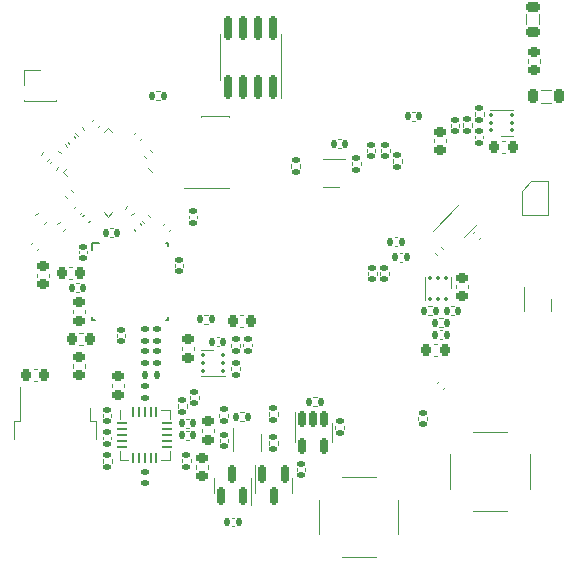
<source format=gbr>
%TF.GenerationSoftware,KiCad,Pcbnew,(6.0.4)*%
%TF.CreationDate,2023-05-30T00:17:30+09:00*%
%TF.ProjectId,RFB,5246422e-6b69-4636-9164-5f7063625858,rev?*%
%TF.SameCoordinates,Original*%
%TF.FileFunction,Legend,Bot*%
%TF.FilePolarity,Positive*%
%FSLAX46Y46*%
G04 Gerber Fmt 4.6, Leading zero omitted, Abs format (unit mm)*
G04 Created by KiCad (PCBNEW (6.0.4)) date 2023-05-30 00:17:30*
%MOMM*%
%LPD*%
G01*
G04 APERTURE LIST*
G04 Aperture macros list*
%AMRoundRect*
0 Rectangle with rounded corners*
0 $1 Rounding radius*
0 $2 $3 $4 $5 $6 $7 $8 $9 X,Y pos of 4 corners*
0 Add a 4 corners polygon primitive as box body*
4,1,4,$2,$3,$4,$5,$6,$7,$8,$9,$2,$3,0*
0 Add four circle primitives for the rounded corners*
1,1,$1+$1,$2,$3*
1,1,$1+$1,$4,$5*
1,1,$1+$1,$6,$7*
1,1,$1+$1,$8,$9*
0 Add four rect primitives between the rounded corners*
20,1,$1+$1,$2,$3,$4,$5,0*
20,1,$1+$1,$4,$5,$6,$7,0*
20,1,$1+$1,$6,$7,$8,$9,0*
20,1,$1+$1,$8,$9,$2,$3,0*%
%AMRotRect*
0 Rectangle, with rotation*
0 The origin of the aperture is its center*
0 $1 length*
0 $2 width*
0 $3 Rotation angle, in degrees counterclockwise*
0 Add horizontal line*
21,1,$1,$2,0,0,$3*%
G04 Aperture macros list end*
%ADD10C,0.120000*%
%ADD11C,0.200000*%
%ADD12C,2.000000*%
%ADD13C,0.000000*%
%ADD14R,1.700000X1.700000*%
%ADD15RoundRect,0.140000X-0.140000X-0.170000X0.140000X-0.170000X0.140000X0.170000X-0.140000X0.170000X0*%
%ADD16RoundRect,0.135000X0.135000X0.185000X-0.135000X0.185000X-0.135000X-0.185000X0.135000X-0.185000X0*%
%ADD17R,2.000000X0.500000*%
%ADD18O,1.700000X1.700000*%
%ADD19C,2.250000*%
%ADD20C,2.050000*%
%ADD21C,3.800000*%
%ADD22C,2.600000*%
%ADD23RoundRect,0.140000X0.140000X0.170000X-0.140000X0.170000X-0.140000X-0.170000X0.140000X-0.170000X0*%
%ADD24C,1.620000*%
%ADD25O,1.000000X1.000000*%
%ADD26R,1.000000X1.000000*%
%ADD27R,1.100000X0.600000*%
%ADD28R,0.200000X0.400000*%
%ADD29RoundRect,0.225000X0.225000X0.250000X-0.225000X0.250000X-0.225000X-0.250000X0.225000X-0.250000X0*%
%ADD30R,0.250000X0.500000*%
%ADD31R,1.600000X0.900000*%
%ADD32RoundRect,0.140000X-0.170000X0.140000X-0.170000X-0.140000X0.170000X-0.140000X0.170000X0.140000X0*%
%ADD33RoundRect,0.225000X-0.250000X0.225000X-0.250000X-0.225000X0.250000X-0.225000X0.250000X0.225000X0*%
%ADD34RoundRect,0.093750X-0.093750X-0.106250X0.093750X-0.106250X0.093750X0.106250X-0.093750X0.106250X0*%
%ADD35R,1.000000X1.600000*%
%ADD36RoundRect,0.140000X-0.021213X0.219203X-0.219203X0.021213X0.021213X-0.219203X0.219203X-0.021213X0*%
%ADD37RotRect,0.250000X0.600000X45.000000*%
%ADD38RotRect,0.250000X0.600000X135.000000*%
%ADD39RotRect,3.100000X3.100000X135.000000*%
%ADD40RoundRect,0.135000X-0.135000X-0.185000X0.135000X-0.185000X0.135000X0.185000X-0.135000X0.185000X0*%
%ADD41RoundRect,0.135000X0.185000X-0.135000X0.185000X0.135000X-0.185000X0.135000X-0.185000X-0.135000X0*%
%ADD42RoundRect,0.147500X-0.017678X0.226274X-0.226274X0.017678X0.017678X-0.226274X0.226274X-0.017678X0*%
%ADD43RoundRect,0.135000X0.035355X-0.226274X0.226274X-0.035355X-0.035355X0.226274X-0.226274X0.035355X0*%
%ADD44RoundRect,0.135000X-0.185000X0.135000X-0.185000X-0.135000X0.185000X-0.135000X0.185000X0.135000X0*%
%ADD45RoundRect,0.218750X0.218750X0.381250X-0.218750X0.381250X-0.218750X-0.381250X0.218750X-0.381250X0*%
%ADD46RoundRect,0.093750X0.106250X-0.093750X0.106250X0.093750X-0.106250X0.093750X-0.106250X-0.093750X0*%
%ADD47R,1.600000X1.000000*%
%ADD48RoundRect,0.140000X0.170000X-0.140000X0.170000X0.140000X-0.170000X0.140000X-0.170000X-0.140000X0*%
%ADD49RoundRect,0.140000X-0.219203X-0.021213X-0.021213X-0.219203X0.219203X0.021213X0.021213X0.219203X0*%
%ADD50RoundRect,0.225000X0.250000X-0.225000X0.250000X0.225000X-0.250000X0.225000X-0.250000X-0.225000X0*%
%ADD51RoundRect,0.218750X-0.381250X0.218750X-0.381250X-0.218750X0.381250X-0.218750X0.381250X0.218750X0*%
%ADD52RoundRect,0.087500X-0.061872X-0.185616X0.185616X0.061872X0.061872X0.185616X-0.185616X-0.061872X0*%
%ADD53RotRect,1.400000X1.600000X45.000000*%
%ADD54RoundRect,0.150000X0.150000X-0.587500X0.150000X0.587500X-0.150000X0.587500X-0.150000X-0.587500X0*%
%ADD55RoundRect,0.093750X0.093750X0.106250X-0.093750X0.106250X-0.093750X-0.106250X0.093750X-0.106250X0*%
%ADD56RoundRect,0.062500X-0.062500X0.350000X-0.062500X-0.350000X0.062500X-0.350000X0.062500X0.350000X0*%
%ADD57RoundRect,0.062500X-0.350000X0.062500X-0.350000X-0.062500X0.350000X-0.062500X0.350000X0.062500X0*%
%ADD58R,2.500000X2.500000*%
%ADD59R,0.800000X2.200000*%
%ADD60R,5.800000X6.400000*%
%ADD61C,0.500000*%
%ADD62R,4.500001X4.500001*%
%ADD63R,0.599999X0.249999*%
%ADD64R,0.249999X0.599999*%
%ADD65RoundRect,0.218750X0.026517X-0.335876X0.335876X-0.026517X-0.026517X0.335876X-0.335876X0.026517X0*%
%ADD66RoundRect,0.225000X-0.225000X-0.250000X0.225000X-0.250000X0.225000X0.250000X-0.225000X0.250000X0*%
%ADD67RoundRect,0.140000X0.219203X0.021213X0.021213X0.219203X-0.219203X-0.021213X-0.021213X-0.219203X0*%
%ADD68R,0.400000X0.650000*%
%ADD69R,0.650000X0.400000*%
%ADD70RoundRect,0.150000X-0.150000X0.512500X-0.150000X-0.512500X0.150000X-0.512500X0.150000X0.512500X0*%
%ADD71RoundRect,0.135000X-0.035355X0.226274X-0.226274X0.035355X0.035355X-0.226274X0.226274X-0.035355X0*%
%ADD72RoundRect,0.150000X0.150000X-0.825000X0.150000X0.825000X-0.150000X0.825000X-0.150000X-0.825000X0*%
%ADD73RoundRect,0.150000X-0.150000X0.587500X-0.150000X-0.587500X0.150000X-0.587500X0.150000X0.587500X0*%
%ADD74RoundRect,0.135000X-0.226274X-0.035355X-0.035355X-0.226274X0.226274X0.035355X0.035355X0.226274X0*%
%ADD75RoundRect,0.140000X0.021213X-0.219203X0.219203X-0.021213X-0.021213X0.219203X-0.219203X0.021213X0*%
%ADD76RoundRect,0.135000X0.226274X0.035355X0.035355X0.226274X-0.226274X-0.035355X-0.035355X-0.226274X0*%
%ADD77RoundRect,0.218750X0.256250X-0.218750X0.256250X0.218750X-0.256250X0.218750X-0.256250X-0.218750X0*%
G04 APERTURE END LIST*
D10*
%TO.C,J8*%
X35077400Y-63262200D02*
X33747400Y-63262200D01*
X33747400Y-63262200D02*
X33747400Y-64592200D01*
X33747400Y-65802200D02*
X33747400Y-65922200D01*
X36407400Y-65922200D02*
X33747400Y-65922200D01*
X36407400Y-65802200D02*
X36407400Y-65922200D01*
%TO.C,C105*%
X51327164Y-101934600D02*
X51542836Y-101934600D01*
X51327164Y-101214600D02*
X51542836Y-101214600D01*
%TO.C,R41*%
X45213241Y-65101200D02*
X44905959Y-65101200D01*
X45213241Y-65861200D02*
X44905959Y-65861200D01*
%TO.C,J10*%
X48675600Y-73316400D02*
X51095600Y-73316400D01*
X51095600Y-73316400D02*
X51095600Y-73266400D01*
X51095600Y-67246400D02*
X51095600Y-67196400D01*
X48675600Y-67196400D02*
X51095600Y-67196400D01*
X48675600Y-73316400D02*
X48675600Y-73266400D01*
X47295600Y-73266400D02*
X48675600Y-73266400D01*
X48675600Y-67246400D02*
X48675600Y-67196400D01*
%TO.C,J1*%
X74627400Y-100637000D02*
X71727400Y-100637000D01*
X69822400Y-95832000D02*
X69822400Y-98732000D01*
X76532400Y-95832000D02*
X76532400Y-98732000D01*
X74627400Y-93927000D02*
X71727400Y-93927000D01*
%TO.C,C78*%
X65744036Y-79506400D02*
X65528364Y-79506400D01*
X65744036Y-78786400D02*
X65528364Y-78786400D01*
%TO.C,U7*%
X76663000Y-72710400D02*
X75863000Y-73510400D01*
X75863000Y-73510400D02*
X75863000Y-75610400D01*
X75863000Y-75610400D02*
X78063000Y-75610400D01*
X78063000Y-75610400D02*
X78063000Y-72710400D01*
X78063000Y-72710400D02*
X76663000Y-72710400D01*
%TO.C,C141*%
X68720580Y-87479600D02*
X68439420Y-87479600D01*
X68720580Y-86459600D02*
X68439420Y-86459600D01*
%TO.C,IC1*%
X76072600Y-81659600D02*
X76072600Y-83659600D01*
X78312600Y-83659600D02*
X78312600Y-82659600D01*
%TO.C,C83*%
X48518400Y-90900364D02*
X48518400Y-91116036D01*
X47798400Y-90900364D02*
X47798400Y-91116036D01*
%TO.C,C102*%
X48160400Y-86727420D02*
X48160400Y-87008580D01*
X47140400Y-86727420D02*
X47140400Y-87008580D01*
%TO.C,IC10*%
X74152700Y-68856200D02*
X75152700Y-68856200D01*
X73152700Y-66636200D02*
X75152700Y-66636200D01*
%TO.C,R37*%
X44603641Y-89483200D02*
X44296359Y-89483200D01*
X44603641Y-88723200D02*
X44296359Y-88723200D01*
%TO.C,C69*%
X69342610Y-90119707D02*
X69190107Y-90272210D01*
X68833493Y-89610590D02*
X68680990Y-89763093D01*
%TO.C,U2*%
X37049908Y-71932800D02*
X37409119Y-72292010D01*
X40821616Y-68161092D02*
X40462406Y-68520303D01*
X44234113Y-71573590D02*
X44593324Y-71932800D01*
X40462406Y-75345297D02*
X40821616Y-75704508D01*
X37409119Y-71573590D02*
X37049908Y-71932800D01*
X41180826Y-68520303D02*
X40821616Y-68161092D01*
X40821616Y-75704508D02*
X41180826Y-75345297D01*
%TO.C,R75*%
X67954459Y-84047600D02*
X68261741Y-84047600D01*
X67954459Y-83287600D02*
X68261741Y-83287600D01*
%TO.C,R21*%
X54458600Y-95048041D02*
X54458600Y-94740759D01*
X55218600Y-95048041D02*
X55218600Y-94740759D01*
%TO.C,J2*%
X65432600Y-102592800D02*
X65432600Y-99692800D01*
X58722600Y-102592800D02*
X58722600Y-99692800D01*
X63527600Y-97787800D02*
X60627600Y-97787800D01*
X63527600Y-104497800D02*
X60627600Y-104497800D01*
%TO.C,C122*%
X71363300Y-81495020D02*
X71363300Y-81776180D01*
X70343300Y-81495020D02*
X70343300Y-81776180D01*
%TO.C,R20*%
X52325241Y-93039200D02*
X52017959Y-93039200D01*
X52325241Y-92279200D02*
X52017959Y-92279200D01*
%TO.C,R50*%
X49277241Y-83998800D02*
X48969959Y-83998800D01*
X49277241Y-84758800D02*
X48969959Y-84758800D01*
%TO.C,R4*%
X35694660Y-70989341D02*
X35911941Y-70772060D01*
X35157259Y-70451940D02*
X35374540Y-70234659D01*
%TO.C,C30*%
X38147164Y-81351800D02*
X38362836Y-81351800D01*
X38147164Y-82071800D02*
X38362836Y-82071800D01*
%TO.C,C7*%
X70125536Y-83307600D02*
X69909864Y-83307600D01*
X70125536Y-84027600D02*
X69909864Y-84027600D01*
%TO.C,R68*%
X52018200Y-86767641D02*
X52018200Y-86460359D01*
X51258200Y-86767641D02*
X51258200Y-86460359D01*
%TO.C,R35*%
X45363400Y-87783641D02*
X45363400Y-87476359D01*
X44603400Y-87783641D02*
X44603400Y-87476359D01*
%TO.C,C121*%
X74460980Y-69314600D02*
X74179820Y-69314600D01*
X74460980Y-70334600D02*
X74179820Y-70334600D01*
%TO.C,C86*%
X47466364Y-93874000D02*
X47682036Y-93874000D01*
X47466364Y-94594000D02*
X47682036Y-94594000D01*
%TO.C,R52*%
X62229000Y-71067959D02*
X62229000Y-71375241D01*
X61469000Y-71067959D02*
X61469000Y-71375241D01*
%TO.C,FB8*%
X78326822Y-64946600D02*
X77527578Y-64946600D01*
X78326822Y-66066600D02*
X77527578Y-66066600D01*
%TO.C,R33*%
X60097400Y-93701841D02*
X60097400Y-93394559D01*
X60857400Y-93701841D02*
X60857400Y-93394559D01*
%TO.C,R38*%
X43562000Y-90422759D02*
X43562000Y-90730041D01*
X44322000Y-90422759D02*
X44322000Y-90730041D01*
%TO.C,IC2*%
X67666900Y-82788000D02*
X67666900Y-80788000D01*
X69886900Y-81788000D02*
X69886900Y-80788000D01*
%TO.C,C85*%
X40407000Y-92640036D02*
X40407000Y-92424364D01*
X41127000Y-92640036D02*
X41127000Y-92424364D01*
%TO.C,C39*%
X62769100Y-70209836D02*
X62769100Y-69994164D01*
X63489100Y-70209836D02*
X63489100Y-69994164D01*
%TO.C,C27*%
X44205718Y-75548201D02*
X44358221Y-75700704D01*
X43696601Y-76057318D02*
X43849104Y-76209821D01*
%TO.C,C99*%
X42166000Y-90132780D02*
X42166000Y-89851620D01*
X41146000Y-90132780D02*
X41146000Y-89851620D01*
%TO.C,FB7*%
X77344200Y-58579178D02*
X77344200Y-59378422D01*
X76224200Y-58579178D02*
X76224200Y-59378422D01*
%TO.C,C8*%
X40158010Y-67970907D02*
X40005507Y-68123410D01*
X39648893Y-67461790D02*
X39496390Y-67614293D01*
%TO.C,U20*%
X70988443Y-77391289D02*
X72049103Y-76330628D01*
X68358005Y-76882172D02*
X70479326Y-74760851D01*
%TO.C,C87*%
X34976410Y-78359507D02*
X34823907Y-78512010D01*
X34467293Y-77850390D02*
X34314790Y-78002893D01*
%TO.C,C96*%
X43582000Y-97682164D02*
X43582000Y-97897836D01*
X44302000Y-97682164D02*
X44302000Y-97897836D01*
%TO.C,U10*%
X52918800Y-98450400D02*
X52918800Y-100125400D01*
X52918800Y-98450400D02*
X52918800Y-97800400D01*
X49798800Y-98450400D02*
X49798800Y-97800400D01*
X49798800Y-98450400D02*
X49798800Y-99100400D01*
%TO.C,C26*%
X43001590Y-76759307D02*
X43154093Y-76911810D01*
X43510707Y-76250190D02*
X43663210Y-76402693D01*
%TO.C,C104*%
X38914800Y-88481780D02*
X38914800Y-88200620D01*
X37894800Y-88481780D02*
X37894800Y-88200620D01*
%TO.C,C42*%
X63962900Y-70209836D02*
X63962900Y-69994164D01*
X64682900Y-70209836D02*
X64682900Y-69994164D01*
%TO.C,C132*%
X69134936Y-85339600D02*
X68919264Y-85339600D01*
X69134936Y-86059600D02*
X68919264Y-86059600D01*
%TO.C,C34*%
X72633100Y-69064236D02*
X72633100Y-68848564D01*
X71913100Y-69064236D02*
X71913100Y-68848564D01*
%TO.C,C3*%
X37922707Y-68909590D02*
X38075210Y-69062093D01*
X37413590Y-69418707D02*
X37566093Y-69571210D01*
%TO.C,R63*%
X64958900Y-71142642D02*
X64958900Y-70835360D01*
X65718900Y-71142642D02*
X65718900Y-70835360D01*
%TO.C,C32*%
X47223000Y-79749764D02*
X47223000Y-79965436D01*
X46503000Y-79749764D02*
X46503000Y-79965436D01*
%TO.C,IC8*%
X50733200Y-89222600D02*
X48733200Y-89222600D01*
X49733200Y-87002600D02*
X48733200Y-87002600D01*
%TO.C,U14*%
X46052000Y-92798200D02*
X46052000Y-92073200D01*
X46052000Y-96293200D02*
X45327000Y-96293200D01*
X46052000Y-92073200D02*
X45327000Y-92073200D01*
X41832000Y-95568200D02*
X41832000Y-96293200D01*
X46052000Y-95568200D02*
X46052000Y-96293200D01*
X41832000Y-92798200D02*
X41832000Y-92073200D01*
X41832000Y-96293200D02*
X42557000Y-96293200D01*
%TO.C,C11*%
X50031764Y-85923800D02*
X50247436Y-85923800D01*
X50031764Y-86643800D02*
X50247436Y-86643800D01*
%TO.C,C123*%
X71932293Y-76910590D02*
X71779790Y-77063093D01*
X72441410Y-77419707D02*
X72288907Y-77572210D01*
%TO.C,C116*%
X53014200Y-86480764D02*
X53014200Y-86696436D01*
X52294200Y-86480764D02*
X52294200Y-86696436D01*
%TO.C,U16*%
X39327400Y-92992200D02*
X39327400Y-91892200D01*
X32897400Y-94492200D02*
X32897400Y-92992200D01*
X32897400Y-92992200D02*
X33367400Y-92992200D01*
X39797400Y-94492200D02*
X39797400Y-92992200D01*
X39797400Y-92992200D02*
X39327400Y-92992200D01*
X33367400Y-92992200D02*
X33367400Y-90162200D01*
%TO.C,C88*%
X49836800Y-93661620D02*
X49836800Y-93942780D01*
X48816800Y-93661620D02*
X48816800Y-93942780D01*
%TO.C,R30*%
X40387000Y-96264759D02*
X40387000Y-96572041D01*
X41147000Y-96264759D02*
X41147000Y-96572041D01*
D11*
%TO.C,U4*%
X45947797Y-84428800D02*
X45722797Y-84428800D01*
X45947797Y-84203799D02*
X45947797Y-84428800D01*
X45947797Y-77978800D02*
X45947797Y-78203801D01*
X39497798Y-77978800D02*
X39497798Y-78553800D01*
X45947797Y-77978800D02*
X45722797Y-77978800D01*
X40072798Y-77978800D02*
X39497798Y-77978800D01*
X39722798Y-84428800D02*
X39497798Y-84428800D01*
X39497798Y-84203799D02*
X39497798Y-84428800D01*
D10*
%TO.C,C24*%
X41040164Y-77423600D02*
X41255836Y-77423600D01*
X41040164Y-76703600D02*
X41255836Y-76703600D01*
%TO.C,C98*%
X34824580Y-89587800D02*
X34543420Y-89587800D01*
X34824580Y-88567800D02*
X34543420Y-88567800D01*
%TO.C,FB1*%
X35424522Y-76320127D02*
X35654727Y-76089922D01*
X34703273Y-75598878D02*
X34933478Y-75368673D01*
%TO.C,C20*%
X38416620Y-86539800D02*
X38697780Y-86539800D01*
X38416620Y-85519800D02*
X38697780Y-85519800D01*
%TO.C,C43*%
X66808236Y-66848400D02*
X66592564Y-66848400D01*
X66808236Y-67568400D02*
X66592564Y-67568400D01*
%TO.C,C77*%
X63580600Y-80625836D02*
X63580600Y-80410164D01*
X62860600Y-80625836D02*
X62860600Y-80410164D01*
%TO.C,C133*%
X68688258Y-78927621D02*
X68535755Y-78775118D01*
X69197375Y-78418504D02*
X69044872Y-78266001D01*
%TO.C,C38*%
X60318764Y-69159800D02*
X60534436Y-69159800D01*
X60318764Y-69879800D02*
X60534436Y-69879800D01*
%TO.C,C103*%
X48391400Y-75634964D02*
X48391400Y-75850636D01*
X47671400Y-75634964D02*
X47671400Y-75850636D01*
%TO.C,R73*%
X71893100Y-66874959D02*
X71893100Y-67182241D01*
X72653100Y-66874959D02*
X72653100Y-67182241D01*
%TO.C,R32*%
X58497441Y-91769200D02*
X58190159Y-91769200D01*
X58497441Y-91009200D02*
X58190159Y-91009200D01*
%TO.C,R23*%
X46737000Y-91565759D02*
X46737000Y-91873041D01*
X47497000Y-91565759D02*
X47497000Y-91873041D01*
%TO.C,U9*%
X53763400Y-94118200D02*
X53763400Y-95518200D01*
X51443400Y-95518200D02*
X51443400Y-93618200D01*
%TO.C,C131*%
X69881100Y-68101636D02*
X69881100Y-67885964D01*
X70601100Y-68101636D02*
X70601100Y-67885964D01*
%TO.C,C4*%
X43697821Y-69079296D02*
X43545318Y-69231799D01*
X43188704Y-68570179D02*
X43036201Y-68722682D01*
%TO.C,U13*%
X59005200Y-70849000D02*
X60905200Y-70849000D01*
X60405200Y-73169000D02*
X59005200Y-73169000D01*
%TO.C,U15*%
X56656800Y-94005400D02*
X56656800Y-92205400D01*
X59776800Y-94005400D02*
X59776800Y-94805400D01*
X59776800Y-94005400D02*
X59776800Y-93205400D01*
X56656800Y-94005400D02*
X56656800Y-94805400D01*
%TO.C,R5*%
X43023941Y-75369460D02*
X42806660Y-75586741D01*
X42486540Y-74832059D02*
X42269259Y-75049340D01*
%TO.C,C28*%
X44327400Y-85832836D02*
X44327400Y-85617164D01*
X43607400Y-85832836D02*
X43607400Y-85617164D01*
%TO.C,C29*%
X44623400Y-85832836D02*
X44623400Y-85617164D01*
X45343400Y-85832836D02*
X45343400Y-85617164D01*
%TO.C,R74*%
X68868859Y-84303600D02*
X69176141Y-84303600D01*
X68868859Y-85063600D02*
X69176141Y-85063600D01*
%TO.C,U6*%
X50348200Y-62230000D02*
X50348200Y-60280000D01*
X55468200Y-62230000D02*
X55468200Y-60280000D01*
X50348200Y-62230000D02*
X50348200Y-64180000D01*
X55468200Y-62230000D02*
X55468200Y-65680000D01*
%TO.C,Q1*%
X56424000Y-98450400D02*
X56424000Y-99100400D01*
X53304000Y-98450400D02*
X53304000Y-99100400D01*
X53304000Y-98450400D02*
X53304000Y-96775400D01*
X56424000Y-98450400D02*
X56424000Y-97800400D01*
%TO.C,C81*%
X76401200Y-62675380D02*
X76401200Y-62394220D01*
X77421200Y-62675380D02*
X77421200Y-62394220D01*
%TO.C,R1*%
X37066260Y-76907541D02*
X37283541Y-76690260D01*
X36528859Y-76370140D02*
X36746140Y-76152859D01*
%TO.C,R44*%
X37163859Y-73947060D02*
X37381140Y-74164341D01*
X37701260Y-73409659D02*
X37918541Y-73626940D01*
%TO.C,C82*%
X50287600Y-94532564D02*
X50287600Y-94748236D01*
X51007600Y-94532564D02*
X51007600Y-94748236D01*
%TO.C,C1*%
X39167307Y-76200610D02*
X39319810Y-76048107D01*
X38658190Y-75691493D02*
X38810693Y-75538990D01*
%TO.C,R2*%
X36847740Y-70328941D02*
X36630459Y-70111660D01*
X37385141Y-69791540D02*
X37167860Y-69574259D01*
%TO.C,R31*%
X47852600Y-96521241D02*
X47852600Y-96213959D01*
X47092600Y-96521241D02*
X47092600Y-96213959D01*
%TO.C,C119*%
X52031020Y-83995800D02*
X52312180Y-83995800D01*
X52031020Y-85015800D02*
X52312180Y-85015800D01*
%TO.C,C5*%
X35841400Y-80810980D02*
X35841400Y-80529820D01*
X34821400Y-80810980D02*
X34821400Y-80529820D01*
%TO.C,R22*%
X51027600Y-92685841D02*
X51027600Y-92378559D01*
X50267600Y-92685841D02*
X50267600Y-92378559D01*
%TO.C,R36*%
X43587400Y-87476359D02*
X43587400Y-87783641D01*
X44347400Y-87476359D02*
X44347400Y-87783641D01*
%TO.C,C140*%
X68451000Y-69138220D02*
X68451000Y-69419380D01*
X69471000Y-69138220D02*
X69471000Y-69419380D01*
%TO.C,C97*%
X56815400Y-96996364D02*
X56815400Y-97212036D01*
X57535400Y-96996364D02*
X57535400Y-97212036D01*
%TO.C,C79*%
X63876600Y-80625836D02*
X63876600Y-80410164D01*
X64596600Y-80625836D02*
X64596600Y-80410164D01*
%TO.C,R7*%
X35893859Y-71188540D02*
X36111140Y-70971259D01*
X36431260Y-71725941D02*
X36648541Y-71508660D01*
%TO.C,R72*%
X71637100Y-67812759D02*
X71637100Y-68120041D01*
X70877100Y-67812759D02*
X70877100Y-68120041D01*
%TO.C,C90*%
X38456107Y-75489410D02*
X38608610Y-75336907D01*
X37946990Y-74980293D02*
X38099493Y-74827790D01*
%TO.C,FB2*%
X48283400Y-97063779D02*
X48283400Y-96738221D01*
X49303400Y-97063779D02*
X49303400Y-96738221D01*
%TO.C,R51*%
X57123600Y-71578441D02*
X57123600Y-71271159D01*
X56363600Y-71578441D02*
X56363600Y-71271159D01*
%TO.C,C84*%
X47466364Y-93578000D02*
X47682036Y-93578000D01*
X47466364Y-92858000D02*
X47682036Y-92858000D01*
%TO.C,C25*%
X38889400Y-83884380D02*
X38889400Y-83603220D01*
X37869400Y-83884380D02*
X37869400Y-83603220D01*
%TO.C,R34*%
X55218600Y-92276959D02*
X55218600Y-92584241D01*
X54458600Y-92276959D02*
X54458600Y-92584241D01*
%TO.C,C22*%
X45668693Y-76224790D02*
X45516190Y-76377293D01*
X46177810Y-76733907D02*
X46025307Y-76886410D01*
%TO.C,C23*%
X38349600Y-78609364D02*
X38349600Y-78825036D01*
X39069600Y-78609364D02*
X39069600Y-78825036D01*
%TO.C,C19*%
X37540020Y-79931800D02*
X37821180Y-79931800D01*
X37540020Y-80951800D02*
X37821180Y-80951800D01*
%TO.C,R3*%
X38078259Y-68663860D02*
X38295540Y-68881141D01*
X38615660Y-68126459D02*
X38832941Y-68343740D01*
%TO.C,C9*%
X44586821Y-70239704D02*
X44434318Y-70087201D01*
X44077704Y-70748821D02*
X43925201Y-70596318D01*
%TO.C,C21*%
X41600800Y-85883636D02*
X41600800Y-85667964D01*
X42320800Y-85883636D02*
X42320800Y-85667964D01*
%TO.C,C70*%
X67127800Y-92894036D02*
X67127800Y-92678364D01*
X67847800Y-92894036D02*
X67847800Y-92678364D01*
%TO.C,C89*%
X41127000Y-94570436D02*
X41127000Y-94354764D01*
X40407000Y-94570436D02*
X40407000Y-94354764D01*
%TO.C,R69*%
X52018200Y-88723441D02*
X52018200Y-88416159D01*
X51258200Y-88723441D02*
X51258200Y-88416159D01*
%TO.C,C49*%
X65335036Y-78185600D02*
X65119364Y-78185600D01*
X65335036Y-77465600D02*
X65119364Y-77465600D01*
%TD*%
%LPC*%
D12*
X74177400Y-97282000D02*
G75*
G03*
X74177400Y-97282000I-1000000J0D01*
G01*
X63077600Y-101142800D02*
G75*
G03*
X63077600Y-101142800I-1000000J0D01*
G01*
D13*
G36*
X45491400Y-101142800D02*
G01*
X42392600Y-101142800D01*
X42392600Y-97434400D01*
X45491400Y-97434400D01*
X45491400Y-101142800D01*
G37*
G36*
X43103800Y-96799400D02*
G01*
X44780200Y-96799400D01*
X44780200Y-97790000D01*
X43103800Y-97790000D01*
X43103800Y-96799400D01*
G37*
D12*
X44942000Y-101142800D02*
G75*
G03*
X44942000Y-101142800I-1000000J0D01*
G01*
D13*
G36*
X45974000Y-85471000D02*
G01*
X45974000Y-87807800D01*
X45008800Y-88188800D01*
X45008800Y-90957400D01*
X44678600Y-91567000D01*
X43205400Y-91567000D01*
X42875200Y-90957400D01*
X42875200Y-85902800D01*
X43586400Y-84607400D01*
X45110400Y-84607400D01*
X45974000Y-85471000D01*
G37*
G36*
X64998600Y-86233000D02*
G01*
X64998600Y-86537800D01*
X64262000Y-87274400D01*
X63957200Y-87274400D01*
X60121800Y-83439000D01*
X46126400Y-83439000D01*
X46126400Y-81965800D01*
X60731400Y-81965800D01*
X64998600Y-86233000D01*
G37*
D14*
%TO.C,J8*%
X35077400Y-64592200D03*
%TD*%
D15*
%TO.C,C105*%
X51915000Y-101574600D03*
X50955000Y-101574600D03*
%TD*%
D16*
%TO.C,R41*%
X45569600Y-65481200D03*
X44549600Y-65481200D03*
%TD*%
D17*
%TO.C,J10*%
X51535600Y-67756400D03*
X48235600Y-67756400D03*
X51535600Y-68756400D03*
X48235600Y-68756400D03*
X51535600Y-69756400D03*
X48235600Y-69756400D03*
X51535600Y-70756400D03*
X48235600Y-70756400D03*
X51535600Y-71756400D03*
X48235600Y-71756400D03*
X51535600Y-72756400D03*
X48235600Y-72756400D03*
%TD*%
D18*
%TO.C,J7*%
X47828200Y-60909200D03*
X47828200Y-58369200D03*
X45288200Y-60909200D03*
X45288200Y-58369200D03*
X42748200Y-60909200D03*
X42748200Y-58369200D03*
X40208200Y-60909200D03*
X40208200Y-58369200D03*
X37668200Y-60909200D03*
X37668200Y-58369200D03*
X35128200Y-60909200D03*
D14*
X35128200Y-58369200D03*
%TD*%
D19*
%TO.C,J1*%
X70637400Y-99822000D03*
X75717400Y-94742000D03*
X75717400Y-99822000D03*
X70637400Y-94742000D03*
D20*
X73177400Y-97282000D03*
%TD*%
D21*
%TO.C,H1*%
X78663800Y-103759000D03*
D22*
X78663800Y-103759000D03*
%TD*%
D18*
%TO.C,J9*%
X35128200Y-85770800D03*
D14*
X35128200Y-83230800D03*
%TD*%
D21*
%TO.C,H2*%
X73329800Y-61290200D03*
D22*
X73329800Y-61290200D03*
%TD*%
D23*
%TO.C,C78*%
X65156200Y-79146400D03*
X66116200Y-79146400D03*
%TD*%
D18*
%TO.C,J6*%
X78994000Y-63296800D03*
X78994000Y-60756800D03*
D14*
X78994000Y-58216800D03*
%TD*%
D19*
%TO.C,J3*%
X41402000Y-98605400D03*
X46482000Y-103685400D03*
X46482000Y-98605400D03*
X41402000Y-103685400D03*
D20*
X43942000Y-101145400D03*
%TD*%
D24*
%TO.C,RV1*%
X54406800Y-101574600D03*
X51906800Y-104074600D03*
X49406800Y-101574600D03*
%TD*%
D22*
%TO.C,H3*%
X35306000Y-103733600D03*
D21*
X35306000Y-103733600D03*
%TD*%
D25*
%TO.C,J5*%
X51003200Y-58166000D03*
X52273200Y-58166000D03*
X53543200Y-58166000D03*
D26*
X54813200Y-58166000D03*
%TD*%
D27*
%TO.C,U7*%
X76963000Y-74160400D03*
D28*
X76463000Y-74910400D03*
X76963000Y-74910400D03*
X77463000Y-74910400D03*
X77463000Y-73410400D03*
X76963000Y-73410400D03*
X76463000Y-73410400D03*
%TD*%
D29*
%TO.C,C141*%
X67805000Y-86969600D03*
X69355000Y-86969600D03*
%TD*%
D30*
%TO.C,IC1*%
X76442600Y-82209600D03*
X76942600Y-82209600D03*
X77442600Y-82209600D03*
X77942600Y-82209600D03*
X77942600Y-84109600D03*
X77442600Y-84109600D03*
X76942600Y-84109600D03*
X76442600Y-84109600D03*
D31*
X77192600Y-83159600D03*
%TD*%
D32*
%TO.C,C83*%
X48158400Y-91488200D03*
X48158400Y-90528200D03*
%TD*%
D33*
%TO.C,C102*%
X47650400Y-87643000D03*
X47650400Y-86093000D03*
%TD*%
D34*
%TO.C,IC10*%
X73265200Y-68396200D03*
X73265200Y-67746200D03*
X73265200Y-67096200D03*
X75040200Y-67096200D03*
X75040200Y-67746200D03*
X75040200Y-68396200D03*
D35*
X74152700Y-67746200D03*
%TD*%
D16*
%TO.C,R37*%
X43940000Y-89103200D03*
X44960000Y-89103200D03*
%TD*%
D36*
%TO.C,C69*%
X68672389Y-90280811D03*
X69351211Y-89601989D03*
%TD*%
D37*
%TO.C,U2*%
X43756109Y-72392419D03*
X43402556Y-72745973D03*
X43049002Y-73099526D03*
X42695449Y-73453080D03*
X42341896Y-73806633D03*
X41988342Y-74160186D03*
X41634789Y-74513740D03*
X41281235Y-74867293D03*
D38*
X40361997Y-74867293D03*
X40008443Y-74513740D03*
X39654890Y-74160186D03*
X39301336Y-73806633D03*
X38947783Y-73453080D03*
X38594230Y-73099526D03*
X38240676Y-72745973D03*
X37887123Y-72392419D03*
D37*
X37887123Y-71473181D03*
X38240676Y-71119627D03*
X38594230Y-70766074D03*
X38947783Y-70412520D03*
X39301336Y-70058967D03*
X39654890Y-69705414D03*
X40008443Y-69351860D03*
X40361997Y-68998307D03*
D38*
X41281235Y-68998307D03*
X41634789Y-69351860D03*
X41988342Y-69705414D03*
X42341896Y-70058967D03*
X42695449Y-70412520D03*
X43049002Y-70766074D03*
X43402556Y-71119627D03*
X43756109Y-71473181D03*
D39*
X40821616Y-71932800D03*
%TD*%
D40*
%TO.C,R75*%
X68618100Y-83667600D03*
X67598100Y-83667600D03*
%TD*%
D41*
%TO.C,R21*%
X54838600Y-94384400D03*
X54838600Y-95404400D03*
%TD*%
D19*
%TO.C,J2*%
X64617600Y-98602800D03*
X59537600Y-98602800D03*
X59537600Y-103682800D03*
X64617600Y-103682800D03*
D20*
X62077600Y-101142800D03*
%TD*%
D42*
%TO.C,L5*%
X49364853Y-91579747D03*
X50050747Y-90893853D03*
%TD*%
D33*
%TO.C,C122*%
X70853300Y-82410600D03*
X70853300Y-80860600D03*
%TD*%
D16*
%TO.C,R20*%
X51661600Y-92659200D03*
X52681600Y-92659200D03*
%TD*%
%TO.C,R50*%
X48613600Y-84378800D03*
X49633600Y-84378800D03*
%TD*%
D43*
%TO.C,R4*%
X35895224Y-70251376D03*
X35173976Y-70972624D03*
%TD*%
D15*
%TO.C,C30*%
X38735000Y-81711800D03*
X37775000Y-81711800D03*
%TD*%
D23*
%TO.C,C7*%
X69537700Y-83667600D03*
X70497700Y-83667600D03*
%TD*%
D41*
%TO.C,R68*%
X51638200Y-86104000D03*
X51638200Y-87124000D03*
%TD*%
%TO.C,R35*%
X44983400Y-87120000D03*
X44983400Y-88140000D03*
%TD*%
D29*
%TO.C,C121*%
X73545400Y-69824600D03*
X75095400Y-69824600D03*
%TD*%
D15*
%TO.C,C86*%
X48054200Y-94234000D03*
X47094200Y-94234000D03*
%TD*%
D44*
%TO.C,R52*%
X61849000Y-71731600D03*
X61849000Y-70711600D03*
%TD*%
D45*
%TO.C,FB8*%
X76864700Y-65506600D03*
X78989700Y-65506600D03*
%TD*%
D41*
%TO.C,R33*%
X60477400Y-93038200D03*
X60477400Y-94058200D03*
%TD*%
D44*
%TO.C,R38*%
X43942000Y-90066400D03*
X43942000Y-91086400D03*
%TD*%
D46*
%TO.C,IC2*%
X69426900Y-82675500D03*
X68776900Y-82675500D03*
X68126900Y-82675500D03*
X68126900Y-80900500D03*
X68776900Y-80900500D03*
X69426900Y-80900500D03*
D47*
X68776900Y-81788000D03*
%TD*%
D48*
%TO.C,C85*%
X40767000Y-92052200D03*
X40767000Y-93012200D03*
%TD*%
%TO.C,C39*%
X63129100Y-69622000D03*
X63129100Y-70582000D03*
%TD*%
D49*
%TO.C,C27*%
X44366822Y-76218422D03*
X43688000Y-75539600D03*
%TD*%
D50*
%TO.C,C99*%
X41656000Y-89217200D03*
X41656000Y-90767200D03*
%TD*%
D51*
%TO.C,FB7*%
X76784200Y-60041300D03*
X76784200Y-57916300D03*
%TD*%
D36*
%TO.C,C8*%
X39487789Y-68132011D03*
X40166611Y-67453189D03*
%TD*%
D52*
%TO.C,U20*%
X69823484Y-78047130D03*
X69469931Y-77693577D03*
X69116377Y-77340023D03*
X68762824Y-76986470D03*
X70583624Y-75165670D03*
X70937177Y-75519223D03*
X71290731Y-75872777D03*
X71644284Y-76226330D03*
D53*
X70203554Y-76606400D03*
%TD*%
D36*
%TO.C,C87*%
X34306189Y-78520611D03*
X34985011Y-77841789D03*
%TD*%
D32*
%TO.C,C96*%
X43942000Y-98270000D03*
X43942000Y-97310000D03*
%TD*%
D54*
%TO.C,U10*%
X52308800Y-99387900D03*
X50408800Y-99387900D03*
X51358800Y-97512900D03*
%TD*%
D49*
%TO.C,C26*%
X43671811Y-76920411D03*
X42992989Y-76241589D03*
%TD*%
D50*
%TO.C,C104*%
X38404800Y-87566200D03*
X38404800Y-89116200D03*
%TD*%
D48*
%TO.C,C42*%
X64322900Y-69622000D03*
X64322900Y-70582000D03*
%TD*%
D23*
%TO.C,C132*%
X68547100Y-85699600D03*
X69507100Y-85699600D03*
%TD*%
D48*
%TO.C,C34*%
X72273100Y-68476400D03*
X72273100Y-69436400D03*
%TD*%
D49*
%TO.C,C3*%
X38083811Y-69579811D03*
X37404989Y-68900989D03*
%TD*%
D41*
%TO.C,R63*%
X65338900Y-70479001D03*
X65338900Y-71499001D03*
%TD*%
D32*
%TO.C,C32*%
X46863000Y-80337600D03*
X46863000Y-79377600D03*
%TD*%
D55*
%TO.C,IC8*%
X50620700Y-87462600D03*
X50620700Y-88112600D03*
X50620700Y-88762600D03*
X48845700Y-88762600D03*
X48845700Y-88112600D03*
X48845700Y-87462600D03*
D35*
X49733200Y-88112600D03*
%TD*%
D56*
%TO.C,U14*%
X42942000Y-92245700D03*
X43442000Y-92245700D03*
X43942000Y-92245700D03*
X44442000Y-92245700D03*
X44942000Y-92245700D03*
D57*
X45879500Y-93183200D03*
X45879500Y-93683200D03*
X45879500Y-94183200D03*
X45879500Y-94683200D03*
X45879500Y-95183200D03*
D56*
X44942000Y-96120700D03*
X44442000Y-96120700D03*
X43942000Y-96120700D03*
X43442000Y-96120700D03*
X42942000Y-96120700D03*
D57*
X42004500Y-95183200D03*
X42004500Y-94683200D03*
X42004500Y-94183200D03*
X42004500Y-93683200D03*
X42004500Y-93183200D03*
D58*
X43942000Y-94183200D03*
%TD*%
D15*
%TO.C,C11*%
X50619600Y-86283800D03*
X49659600Y-86283800D03*
%TD*%
D36*
%TO.C,C123*%
X71771189Y-77580811D03*
X72450011Y-76901989D03*
%TD*%
D32*
%TO.C,C116*%
X52654200Y-87068600D03*
X52654200Y-86108600D03*
%TD*%
D59*
%TO.C,U16*%
X34067400Y-91262200D03*
X35207400Y-91262200D03*
D60*
X36347400Y-97562200D03*
D59*
X36347400Y-91262200D03*
X37487400Y-91262200D03*
X38627400Y-91262200D03*
%TD*%
D33*
%TO.C,C88*%
X49326800Y-94577200D03*
X49326800Y-93027200D03*
%TD*%
D44*
%TO.C,R30*%
X40767000Y-96928400D03*
X40767000Y-95908400D03*
%TD*%
D61*
%TO.C,U4*%
X40722800Y-81933800D03*
X41992800Y-79203800D03*
X44722800Y-80473800D03*
X41992800Y-81933800D03*
D62*
X42722797Y-81203800D03*
D61*
X43452800Y-81933800D03*
X44722800Y-81933800D03*
X41992800Y-80473800D03*
X43452800Y-80473800D03*
X41992800Y-83203800D03*
X40722800Y-80473800D03*
X43452800Y-79203800D03*
X43422800Y-83203800D03*
D63*
X39822798Y-78953799D03*
X39822798Y-79453798D03*
X39822798Y-79953800D03*
X39822798Y-80453799D03*
X39822798Y-80953800D03*
X39822798Y-81453800D03*
X39822798Y-81953798D03*
X39822798Y-82453800D03*
X39822798Y-82953799D03*
X39822798Y-83453801D03*
D64*
X40472797Y-84103799D03*
X40972796Y-84103799D03*
X41472797Y-84103799D03*
X41972796Y-84103799D03*
X42472798Y-84103799D03*
X42972797Y-84103799D03*
X43472796Y-84103799D03*
X43972797Y-84103799D03*
X44472796Y-84103799D03*
X44972798Y-84103799D03*
D63*
X45622797Y-83453801D03*
X45622797Y-82953799D03*
X45622797Y-82453800D03*
X45622797Y-81953798D03*
X45622797Y-81453800D03*
X45622797Y-80953800D03*
X45622797Y-80453799D03*
X45622797Y-79953800D03*
X45622797Y-79453798D03*
X45622797Y-78953799D03*
D64*
X44972798Y-78303801D03*
X44472796Y-78303801D03*
X43972797Y-78303801D03*
X43472796Y-78303801D03*
X42972797Y-78303801D03*
X42472798Y-78303801D03*
X41972796Y-78303801D03*
X41472797Y-78303801D03*
X40972796Y-78303801D03*
X40472797Y-78303801D03*
%TD*%
D15*
%TO.C,C24*%
X41628000Y-77063600D03*
X40668000Y-77063600D03*
%TD*%
D29*
%TO.C,C98*%
X33909000Y-89077800D03*
X35459000Y-89077800D03*
%TD*%
D65*
%TO.C,FB1*%
X35735847Y-75287553D03*
X34622153Y-76401247D03*
%TD*%
D66*
%TO.C,C20*%
X39332200Y-86029800D03*
X37782200Y-86029800D03*
%TD*%
D23*
%TO.C,C43*%
X66220400Y-67208400D03*
X67180400Y-67208400D03*
%TD*%
D48*
%TO.C,C77*%
X63220600Y-80038000D03*
X63220600Y-80998000D03*
%TD*%
D67*
%TO.C,C133*%
X68527154Y-78257400D03*
X69205976Y-78936222D03*
%TD*%
D15*
%TO.C,C38*%
X60906600Y-69519800D03*
X59946600Y-69519800D03*
%TD*%
D32*
%TO.C,C103*%
X48031400Y-76222800D03*
X48031400Y-75262800D03*
%TD*%
D44*
%TO.C,R73*%
X72273100Y-67538600D03*
X72273100Y-66518600D03*
%TD*%
D16*
%TO.C,R32*%
X57833800Y-91389200D03*
X58853800Y-91389200D03*
%TD*%
D44*
%TO.C,R23*%
X47117000Y-92229400D03*
X47117000Y-91209400D03*
%TD*%
D68*
%TO.C,U9*%
X51953400Y-95768200D03*
X53253400Y-95768200D03*
X53253400Y-93868200D03*
X52603400Y-93868200D03*
X51953400Y-93868200D03*
%TD*%
D48*
%TO.C,C131*%
X70241100Y-67513800D03*
X70241100Y-68473800D03*
%TD*%
D36*
%TO.C,C4*%
X43027600Y-69240400D03*
X43706422Y-68561578D03*
%TD*%
D69*
%TO.C,U13*%
X58755200Y-71359000D03*
X58755200Y-72659000D03*
X60655200Y-72659000D03*
X60655200Y-72009000D03*
X60655200Y-71359000D03*
%TD*%
D70*
%TO.C,U15*%
X57266800Y-95142900D03*
X59166800Y-95142900D03*
X59166800Y-92867900D03*
X58216800Y-92867900D03*
X57266800Y-92867900D03*
%TD*%
D71*
%TO.C,R5*%
X42285976Y-75570024D03*
X43007224Y-74848776D03*
%TD*%
D48*
%TO.C,C28*%
X43967400Y-85245000D03*
X43967400Y-86205000D03*
%TD*%
%TO.C,C29*%
X44983400Y-85245000D03*
X44983400Y-86205000D03*
%TD*%
D40*
%TO.C,R74*%
X69532500Y-84683600D03*
X68512500Y-84683600D03*
%TD*%
D72*
%TO.C,U6*%
X54813200Y-59755000D03*
X53543200Y-59755000D03*
X52273200Y-59755000D03*
X51003200Y-59755000D03*
X51003200Y-64705000D03*
X52273200Y-64705000D03*
X53543200Y-64705000D03*
X54813200Y-64705000D03*
%TD*%
D73*
%TO.C,Q1*%
X54864000Y-99387900D03*
X55814000Y-97512900D03*
X53914000Y-97512900D03*
%TD*%
D50*
%TO.C,C81*%
X76911200Y-61759800D03*
X76911200Y-63309800D03*
%TD*%
D43*
%TO.C,R1*%
X37266824Y-76169576D03*
X36545576Y-76890824D03*
%TD*%
D74*
%TO.C,R44*%
X37901824Y-74147624D03*
X37180576Y-73426376D03*
%TD*%
D32*
%TO.C,C82*%
X50647600Y-95120400D03*
X50647600Y-94160400D03*
%TD*%
D75*
%TO.C,C1*%
X39328411Y-75530389D03*
X38649589Y-76209211D03*
%TD*%
D76*
%TO.C,R2*%
X36647176Y-69590976D03*
X37368424Y-70312224D03*
%TD*%
D41*
%TO.C,R31*%
X47472600Y-95857600D03*
X47472600Y-96877600D03*
%TD*%
D66*
%TO.C,C119*%
X52946600Y-84505800D03*
X51396600Y-84505800D03*
%TD*%
D50*
%TO.C,C5*%
X35331400Y-79895400D03*
X35331400Y-81445400D03*
%TD*%
D41*
%TO.C,R22*%
X50647600Y-92022200D03*
X50647600Y-93042200D03*
%TD*%
D44*
%TO.C,R36*%
X43967400Y-88140000D03*
X43967400Y-87120000D03*
%TD*%
D33*
%TO.C,C140*%
X68961000Y-70053800D03*
X68961000Y-68503800D03*
%TD*%
D32*
%TO.C,C97*%
X57175400Y-97584200D03*
X57175400Y-96624200D03*
%TD*%
D48*
%TO.C,C79*%
X64236600Y-80038000D03*
X64236600Y-80998000D03*
%TD*%
D43*
%TO.C,R7*%
X36631824Y-70987976D03*
X35910576Y-71709224D03*
%TD*%
D44*
%TO.C,R72*%
X71257100Y-68476400D03*
X71257100Y-67456400D03*
%TD*%
D75*
%TO.C,C90*%
X38617211Y-74819189D03*
X37938389Y-75498011D03*
%TD*%
D77*
%TO.C,FB2*%
X48793400Y-96113500D03*
X48793400Y-97688500D03*
%TD*%
D41*
%TO.C,R51*%
X56743600Y-70914800D03*
X56743600Y-71934800D03*
%TD*%
D15*
%TO.C,C84*%
X48054200Y-93218000D03*
X47094200Y-93218000D03*
%TD*%
D50*
%TO.C,C25*%
X38379400Y-82968800D03*
X38379400Y-84518800D03*
%TD*%
D44*
%TO.C,R34*%
X54838600Y-92940600D03*
X54838600Y-91920600D03*
%TD*%
D36*
%TO.C,C22*%
X45507589Y-76895011D03*
X46186411Y-76216189D03*
%TD*%
D32*
%TO.C,C23*%
X38709600Y-79197200D03*
X38709600Y-78237200D03*
%TD*%
D66*
%TO.C,C19*%
X38455600Y-80441800D03*
X36905600Y-80441800D03*
%TD*%
D74*
%TO.C,R3*%
X38816224Y-68864424D03*
X38094976Y-68143176D03*
%TD*%
D67*
%TO.C,C9*%
X43916600Y-70078600D03*
X44595422Y-70757422D03*
%TD*%
D48*
%TO.C,C21*%
X41960800Y-85295800D03*
X41960800Y-86255800D03*
%TD*%
%TO.C,C70*%
X67487800Y-92306200D03*
X67487800Y-93266200D03*
%TD*%
%TO.C,C89*%
X40767000Y-93982600D03*
X40767000Y-94942600D03*
%TD*%
D41*
%TO.C,R69*%
X51638200Y-88059800D03*
X51638200Y-89079800D03*
%TD*%
D23*
%TO.C,C49*%
X64747200Y-77825600D03*
X65707200Y-77825600D03*
%TD*%
M02*

</source>
